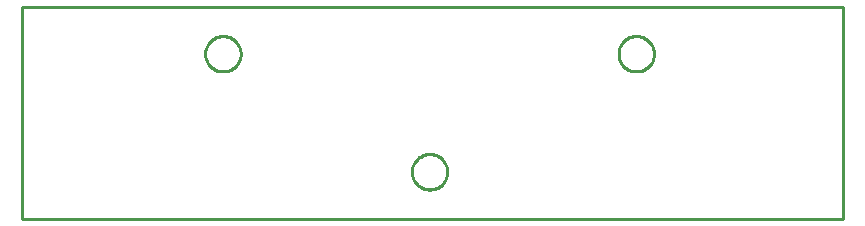
<source format=gbr>
G04 EAGLE Gerber RS-274X export*
G75*
%MOMM*%
%FSLAX34Y34*%
%LPD*%
%IN*%
%IPPOS*%
%AMOC8*
5,1,8,0,0,1.08239X$1,22.5*%
G01*
%ADD10C,0.254000*%


D10*
X0Y0D02*
X695000Y0D01*
X695000Y180000D01*
X0Y180000D01*
X0Y0D01*
X360000Y39464D02*
X359924Y38396D01*
X359771Y37335D01*
X359543Y36288D01*
X359241Y35260D01*
X358867Y34256D01*
X358422Y33281D01*
X357908Y32341D01*
X357329Y31440D01*
X356687Y30582D01*
X355985Y29772D01*
X355228Y29015D01*
X354418Y28313D01*
X353560Y27671D01*
X352659Y27092D01*
X351719Y26578D01*
X350744Y26133D01*
X349740Y25759D01*
X348712Y25457D01*
X347665Y25229D01*
X346604Y25076D01*
X345536Y25000D01*
X344464Y25000D01*
X343396Y25076D01*
X342335Y25229D01*
X341288Y25457D01*
X340260Y25759D01*
X339256Y26133D01*
X338281Y26578D01*
X337341Y27092D01*
X336440Y27671D01*
X335582Y28313D01*
X334772Y29015D01*
X334015Y29772D01*
X333313Y30582D01*
X332671Y31440D01*
X332092Y32341D01*
X331578Y33281D01*
X331133Y34256D01*
X330759Y35260D01*
X330457Y36288D01*
X330229Y37335D01*
X330076Y38396D01*
X330000Y39464D01*
X330000Y40536D01*
X330076Y41604D01*
X330229Y42665D01*
X330457Y43712D01*
X330759Y44740D01*
X331133Y45744D01*
X331578Y46719D01*
X332092Y47659D01*
X332671Y48560D01*
X333313Y49418D01*
X334015Y50228D01*
X334772Y50985D01*
X335582Y51687D01*
X336440Y52329D01*
X337341Y52908D01*
X338281Y53422D01*
X339256Y53867D01*
X340260Y54241D01*
X341288Y54543D01*
X342335Y54771D01*
X343396Y54924D01*
X344464Y55000D01*
X345536Y55000D01*
X346604Y54924D01*
X347665Y54771D01*
X348712Y54543D01*
X349740Y54241D01*
X350744Y53867D01*
X351719Y53422D01*
X352659Y52908D01*
X353560Y52329D01*
X354418Y51687D01*
X355228Y50985D01*
X355985Y50228D01*
X356687Y49418D01*
X357329Y48560D01*
X357908Y47659D01*
X358422Y46719D01*
X358867Y45744D01*
X359241Y44740D01*
X359543Y43712D01*
X359771Y42665D01*
X359924Y41604D01*
X360000Y40536D01*
X360000Y39464D01*
X185000Y139464D02*
X184924Y138396D01*
X184771Y137335D01*
X184543Y136288D01*
X184241Y135260D01*
X183867Y134256D01*
X183422Y133281D01*
X182908Y132341D01*
X182329Y131440D01*
X181687Y130582D01*
X180985Y129772D01*
X180228Y129015D01*
X179418Y128313D01*
X178560Y127671D01*
X177659Y127092D01*
X176719Y126578D01*
X175744Y126133D01*
X174740Y125759D01*
X173712Y125457D01*
X172665Y125229D01*
X171604Y125076D01*
X170536Y125000D01*
X169464Y125000D01*
X168396Y125076D01*
X167335Y125229D01*
X166288Y125457D01*
X165260Y125759D01*
X164256Y126133D01*
X163281Y126578D01*
X162341Y127092D01*
X161440Y127671D01*
X160582Y128313D01*
X159772Y129015D01*
X159015Y129772D01*
X158313Y130582D01*
X157671Y131440D01*
X157092Y132341D01*
X156578Y133281D01*
X156133Y134256D01*
X155759Y135260D01*
X155457Y136288D01*
X155229Y137335D01*
X155076Y138396D01*
X155000Y139464D01*
X155000Y140536D01*
X155076Y141604D01*
X155229Y142665D01*
X155457Y143712D01*
X155759Y144740D01*
X156133Y145744D01*
X156578Y146719D01*
X157092Y147659D01*
X157671Y148560D01*
X158313Y149418D01*
X159015Y150228D01*
X159772Y150985D01*
X160582Y151687D01*
X161440Y152329D01*
X162341Y152908D01*
X163281Y153422D01*
X164256Y153867D01*
X165260Y154241D01*
X166288Y154543D01*
X167335Y154771D01*
X168396Y154924D01*
X169464Y155000D01*
X170536Y155000D01*
X171604Y154924D01*
X172665Y154771D01*
X173712Y154543D01*
X174740Y154241D01*
X175744Y153867D01*
X176719Y153422D01*
X177659Y152908D01*
X178560Y152329D01*
X179418Y151687D01*
X180228Y150985D01*
X180985Y150228D01*
X181687Y149418D01*
X182329Y148560D01*
X182908Y147659D01*
X183422Y146719D01*
X183867Y145744D01*
X184241Y144740D01*
X184543Y143712D01*
X184771Y142665D01*
X184924Y141604D01*
X185000Y140536D01*
X185000Y139464D01*
X535000Y139464D02*
X534924Y138396D01*
X534771Y137335D01*
X534543Y136288D01*
X534241Y135260D01*
X533867Y134256D01*
X533422Y133281D01*
X532908Y132341D01*
X532329Y131440D01*
X531687Y130582D01*
X530985Y129772D01*
X530228Y129015D01*
X529418Y128313D01*
X528560Y127671D01*
X527659Y127092D01*
X526719Y126578D01*
X525744Y126133D01*
X524740Y125759D01*
X523712Y125457D01*
X522665Y125229D01*
X521604Y125076D01*
X520536Y125000D01*
X519464Y125000D01*
X518396Y125076D01*
X517335Y125229D01*
X516288Y125457D01*
X515260Y125759D01*
X514256Y126133D01*
X513281Y126578D01*
X512341Y127092D01*
X511440Y127671D01*
X510582Y128313D01*
X509772Y129015D01*
X509015Y129772D01*
X508313Y130582D01*
X507671Y131440D01*
X507092Y132341D01*
X506578Y133281D01*
X506133Y134256D01*
X505759Y135260D01*
X505457Y136288D01*
X505229Y137335D01*
X505076Y138396D01*
X505000Y139464D01*
X505000Y140536D01*
X505076Y141604D01*
X505229Y142665D01*
X505457Y143712D01*
X505759Y144740D01*
X506133Y145744D01*
X506578Y146719D01*
X507092Y147659D01*
X507671Y148560D01*
X508313Y149418D01*
X509015Y150228D01*
X509772Y150985D01*
X510582Y151687D01*
X511440Y152329D01*
X512341Y152908D01*
X513281Y153422D01*
X514256Y153867D01*
X515260Y154241D01*
X516288Y154543D01*
X517335Y154771D01*
X518396Y154924D01*
X519464Y155000D01*
X520536Y155000D01*
X521604Y154924D01*
X522665Y154771D01*
X523712Y154543D01*
X524740Y154241D01*
X525744Y153867D01*
X526719Y153422D01*
X527659Y152908D01*
X528560Y152329D01*
X529418Y151687D01*
X530228Y150985D01*
X530985Y150228D01*
X531687Y149418D01*
X532329Y148560D01*
X532908Y147659D01*
X533422Y146719D01*
X533867Y145744D01*
X534241Y144740D01*
X534543Y143712D01*
X534771Y142665D01*
X534924Y141604D01*
X535000Y140536D01*
X535000Y139464D01*
M02*

</source>
